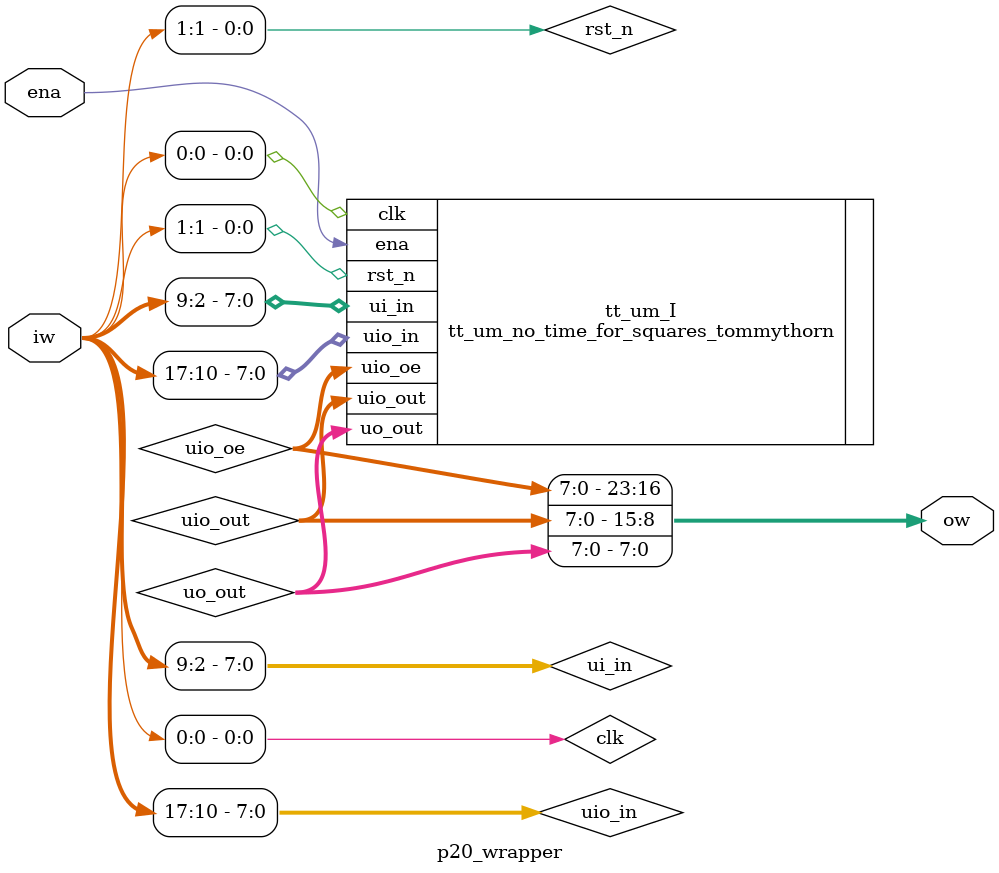
<source format=v>
`default_nettype none

module p20_wrapper (
  input wire ena,
  input wire [17:0] iw,
  output wire [23:0] ow
);

wire [7:0] uio_in;
wire [7:0] uio_out;
wire [7:0] uio_oe;
wire [7:0] uo_out;
wire [7:0] ui_in;
wire clk;
wire rst_n;

assign { uio_in, ui_in, rst_n, clk} = iw;
assign ow = { uio_oe, uio_out, uo_out };

tt_um_no_time_for_squares_tommythorn tt_um_I (
  .uio_in  (uio_in),
  .uio_out (uio_out),
  .uio_oe  (uio_oe),
  .uo_out  (uo_out),
  .ui_in   (ui_in),
  .ena     (ena),
  .clk     (clk),
  .rst_n   (rst_n)
);

endmodule

</source>
